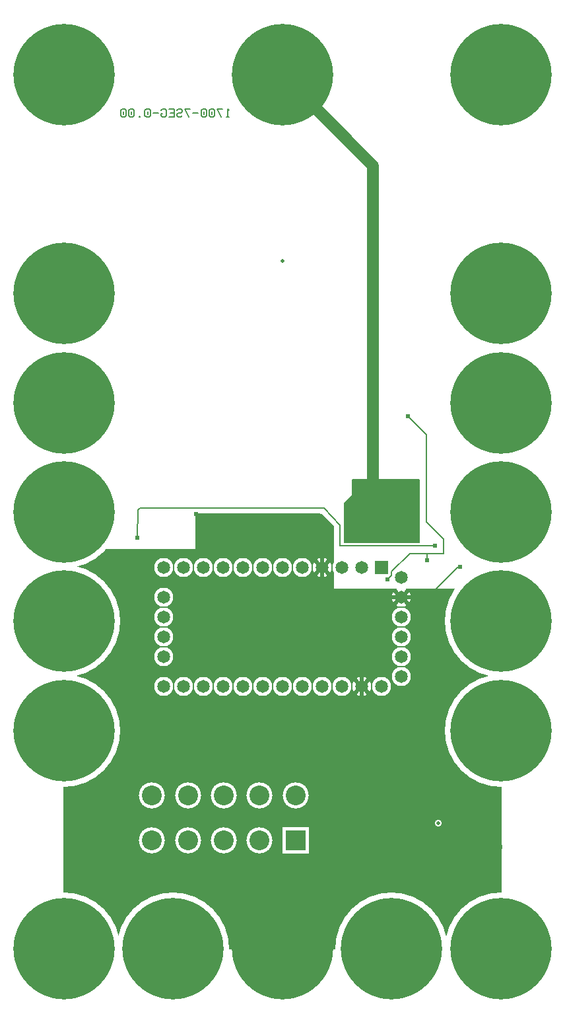
<source format=gbl>
%FSTAX24Y24*%
%MOIN*%
%IN LAYER2.GBR *%
%ADD10C,0.0050*%
%ADD11C,0.0067*%
%ADD12C,0.0080*%
%ADD13C,0.0100*%
%ADD14C,0.0197*%
%ADD15C,0.0200*%
%ADD16C,0.0202*%
%ADD17C,0.0220*%
%ADD18C,0.0240*%
%ADD19C,0.0357*%
%ADD20C,0.0394*%
%ADD21C,0.0400*%
%ADD22C,0.0600*%
%ADD23C,0.0650*%
%ADD24C,0.0970*%
%ADD25C,0.1000*%
%ADD26C,0.1317*%
%ADD27C,0.5118*%
%ADD28C,0.5278*%
%ADD29C,0.5672*%
%ADD30R,0.0650X0.0650*%
%ADD31R,0.0970X0.0970*%
%ADD32R,0.1000X0.1000*%
%ADD33R,0.1317X0.1317*%
D10*X014173Y002706D02*G01X00315Y002756D01*Y022835D01*X009796D01*
Y024664D01*D13*X016142Y024606D01*D10*X016732Y024016D01*Y020866D01*
X025197D01*Y002756D01*X014173Y002706D01*G36*G01X00315Y002756D01*
Y022835D01*X009796D01*Y024664D01*X016142Y024606D01*X016732Y024016D01*
Y020866D01*X025197D01*Y002756D01*X014173Y002706D01*G37*
X017323Y023228D02*G01Y025197D01*X017717Y025591D01*Y026378D01*
X021063D01*Y023228D01*X017323D01*G36*G01Y025197D01*X017717Y025591D01*
Y026378D01*X021063D01*Y023228D01*X017323D01*G37*
%LPC*%
D29*X00315Y01373D03*D28*X025197Y030265D03*D29*X00315Y002706D03*
Y019241D03*D28*Y030265D03*D29*X025197Y019241D03*Y002706D03*X008661D03*
X019685D03*X00315Y024753D03*D28*Y035777D03*Y0468D03*X025197D03*
Y035777D03*Y024753D03*D29*Y01373D03*D19*X014173Y037402D03*
X022047Y009065D03*D31*X019173Y021945D03*D24*X010173D03*X009173D03*
X008173D03*Y020445D03*Y019445D03*Y018445D03*Y017445D03*Y015945D03*
X009173D03*X010173D03*X018173Y021945D03*X011173Y015945D03*X012173D03*
X013173D03*X014173D03*X015173D03*X016173D03*X017173D03*X019173D03*
X020173Y016445D03*X017173Y021945D03*X020173Y017445D03*Y018445D03*
Y019445D03*Y021445D03*X016173Y021945D03*X015173D03*X014173D03*
X013173D03*X012173D03*X011173D03*D33*X014838Y008193D03*D26*
X007594Y010437D03*X013027Y008193D03*X011216D03*X009405D03*X007594D03*
X014838Y010437D03*X013027D03*X011216D03*X009405D03*D17*
X009796Y024664D03*X016086Y023057D03*D21*X006846Y023457D03*
X021893Y023058D03*X023156Y021984D03*D24*X020173Y020445D03*D21*
X021476Y022304D03*X020516Y029584D03*X019476Y021344D03*
X018756Y023587D03*D28*X014173Y0468D03*D17*X019012Y023331D03*Y023843D03*
X0185D03*Y023331D03*D24*X018173Y015945D03*D17*X01473Y02352D03*
X01542Y02394D03*X01638Y02277D03*X01527Y02352D03*X01587Y02277D03*
X01827Y02382D03*X01824Y02337D03*X019291Y023819D03*Y023425D03*
X018701Y024213D03*D13*X009796Y024664D02*G01X015996D01*
X016086Y024537D01*Y023057D01*D18*X006846Y023457D02*X006886Y024857D01*
X006973Y024938D01*X016293D01*X017071Y024096D01*Y023058D01*X021893D01*
X025173Y007865D02*D12*X025053D01*X022133Y010785D01*X019133D01*
X018973Y010945D01*Y012171D01*X019233Y012425D01*D18*X022133Y010785D02*
X023156Y021984D02*X023036D01*D12*X021516Y020464D01*X020192D01*D18*
X020173Y020445D01*D12*X019516Y020424D01*X017836Y019784D01*D18*
X021476Y022304D02*Y022656D01*X021467Y022664D01*X022316D01*Y023384D01*
X021436Y024264D01*Y028664D01*X020516Y029584D01*X021467Y022664D02*
X020596D01*X019676Y021744D01*Y021544D01*X019476Y021344D01*D22*
X018756Y023587D02*Y042217D01*X014173Y0468D01*D12*X017733Y012925D02*
X015873Y012428D01*X015173Y013128D01*X015183Y013195D01*X016348D01*
X016526Y013017D01*Y014217D01*X016606Y014297D01*Y014378D01*
X018173Y015945D01*Y016905D01*X017213D01*Y017905D01*X016236D01*
X012693D01*Y019505D01*X011053D01*X012693Y017905D02*X016236D02*
X016236Y018584D01*X015183Y013195D02*X015173Y013128D02*
X014943Y011675D01*X014205Y011357D01*X013956Y010864D01*
X014173Y002706D01*X014205Y011357D02*X012991Y01167D01*X012485Y013077D01*
X012991Y01167D02*X012943Y012035D01*X010783Y012555D01*X010885Y013157D01*
X010783Y012555D02*X008663Y013115D01*D18*X018756Y023331D02*X019012D01*
Y023843D01*X0185D01*Y023331D01*X018756D01*D16*X011479Y045013D02*
X011412Y04508D01*Y044675D01*X011344D01*X011412D02*X011479D01*
X011142Y04508D02*X010872D01*X011074Y044675D01*X010467Y045013D02*
X010534Y04508D01*X010669D01*X010737Y045013D01*Y044743D01*
X010669Y044675D01*X010534D01*X010467Y044743D01*Y045013D01*
X010602Y044945D02*Y04481D01*X010062Y045013D02*X010129Y04508D01*
X010264D01*X010332Y045013D01*Y044743D01*X010264Y044675D01*X010129D01*
X010062Y044743D01*Y045013D01*X010197Y044945D02*Y04481D01*
X009927Y044878D02*X009657D01*X009522Y04508D02*X009252D01*
X009454Y044675D01*X008847Y045013D02*X008915Y04508D01*X009049D01*
X009117Y045013D01*Y044945D01*X009049Y044878D01*X008915D01*
X008847Y04481D01*Y044743D01*X008915Y044675D01*X009049D01*
X009117Y044743D01*X008442Y04508D02*X008712D01*Y044878D01*Y044675D01*
X008442D01*X008712Y044878D02*X00851D01*X008037Y045013D02*
X008105Y04508D01*X00824D01*X008307Y045013D01*Y044743D01*
X00824Y044675D01*X008105D01*X008037Y044743D01*Y044844D01*X008105D01*
X007902Y044878D02*X007632D01*X007227Y045013D02*X007295Y04508D01*
X00743D01*X007497Y045013D01*Y044743D01*X00743Y044675D01*X007295D01*
X007227Y044743D01*Y045013D01*X007362Y044945D02*Y04481D01*
X006991Y044675D02*X006957D01*Y044709D01*X006991D01*Y044675D01*
X006417Y045013D02*X006485Y04508D01*X00662D01*X006687Y045013D01*
Y044743D01*X00662Y044675D01*X006485D01*X006417Y044743D01*Y045013D01*
X006552Y044945D02*Y04481D01*X006012Y045013D02*X00608Y04508D01*
X006215D01*X006282Y045013D01*Y044743D01*X006215Y044675D01*X00608D01*
X006012Y044743D01*Y045013D01*X006147Y044945D02*Y04481D01*
%LPD*%
D27*X00315Y01373D03*X025197Y030265D03*X00315Y002706D03*Y019241D03*
Y030265D03*X025197Y019241D03*Y002706D03*X008661D03*X019685D03*
X00315Y024753D03*Y035777D03*Y0468D03*X025197D03*Y035777D03*Y024753D03*
Y01373D03*D14*X014173Y037402D03*X022047Y009065D03*D30*
X019173Y021945D03*D23*X010173D03*X009173D03*X008173D03*Y020445D03*
Y019445D03*Y018445D03*Y017445D03*Y015945D03*X009173D03*X010173D03*
X018173Y021945D03*X011173Y015945D03*X012173D03*X013173D03*X014173D03*
X015173D03*X016173D03*X017173D03*X019173D03*X020173Y016445D03*
X017173Y021945D03*X020173Y017445D03*Y018445D03*Y019445D03*Y021445D03*
X016173Y021945D03*D15*X016403Y022175D02*X016516Y022288D01*
X016173Y02227D02*Y02243D01*X015943Y022175D02*X01583Y022288D01*
X015943Y021715D02*X01583Y021602D01*X016173Y02162D02*Y02146D01*
X016403Y021715D02*X016516Y021602D01*D23*X015173Y021945D03*X014173D03*
X013173D03*X012173D03*X011173D03*D32*X014838Y008193D03*D25*
X007594Y010437D03*X013027Y008193D03*X011216D03*X009405D03*X007594D03*
X014838Y010437D03*X013027D03*X011216D03*X009405D03*D18*
X009796Y024664D03*X016086Y023057D03*X006846Y023457D03*
X021893Y023058D03*X025173Y007865D03*X018973Y010945D03*D20*
X019233Y012425D03*D18*X022133Y010785D03*X023156Y021984D03*D23*
X020173Y020445D03*D15*X020403Y020675D02*X020516Y020788D01*
X019943Y020675D02*X01983Y020788D01*X019848Y020445D02*X019688D01*
X019943Y020215D02*X01983Y020102D01*X020403Y020215D02*X020516Y020102D01*
X020498Y020445D02*X020658D01*D18*X017836Y019784D03*X021476Y022304D03*
X020516Y029584D03*X019476Y021344D03*X018756Y023587D03*D27*
X014173Y0468D03*D18*X019012Y023331D03*Y023843D03*X0185D03*Y023331D03*
D20*X017733Y012925D03*D23*X018173Y015945D03*D15*X018403Y016175D02*
X018516Y016288D01*X018173Y01627D02*Y01643D01*X017943Y016175D02*
X01783Y016288D01*X017943Y015715D02*X01783Y015602D01*X018173Y01562D02*
Y01546D01*X018403Y015715D02*X018516Y015602D01*D18*X011053Y019505D03*
X012693Y017905D03*X016236Y018584D03*X015183Y013195D03*D27*
X014173Y002706D03*D18*X012485Y013077D03*X010885Y013157D03*
X008663Y013115D03*D20*X017733Y012425D03*X019233Y012925D03*D18*
X01473Y02352D03*X01542Y02394D03*X01638Y02277D03*X01527Y02352D03*
X01587Y02277D03*X01827Y02382D03*X01824Y02337D03*X019291Y023819D03*
Y023425D03*X018701Y024213D03*D13*X009796Y024664D02*X015996D01*
X016086Y024537D01*Y023057D01*D12*X006846Y023457D02*X006886Y024857D01*
X006973Y024938D01*X016293D01*X017071Y024096D01*Y023058D01*X021893D01*
X025173Y007865D02*X025053D01*X022133Y010785D01*X019133D01*
X018973Y010945D01*Y012171D01*X019233Y012425D01*X022133Y010785D02*
X023156Y021984D02*X023036D01*X021516Y020464D01*X020192D01*
X020173Y020445D01*X019516Y020424D01*X017836Y019784D01*
X021476Y022304D02*Y022656D01*X021467Y022664D01*X022316D01*Y023384D01*
X021436Y024264D01*Y028664D01*X020516Y029584D01*X021467Y022664D02*
X020596D01*X019676Y021744D01*Y021544D01*X019476Y021344D01*D22*
X018756Y023587D02*Y042217D01*X014173Y0468D01*D12*X017733Y012925D02*
X015873Y012428D01*X015173Y013128D01*X015183Y013195D01*X016348D01*
X016526Y013017D01*Y014217D01*X016606Y014297D01*Y014378D01*
X018173Y015945D01*Y016905D01*X017213D01*Y017905D01*X016236D01*
X012693D01*Y019505D01*X011053D01*X012693Y017905D02*X016236D02*
X016236Y018584D01*X015183Y013195D02*X015173Y013128D02*
X014943Y011675D01*X014205Y011357D01*X013956Y010864D01*
X014173Y002706D01*X014205Y011357D02*X012991Y01167D01*X012485Y013077D01*
X012991Y01167D02*X012943Y012035D01*X010783Y012555D01*X010885Y013157D01*
X010783Y012555D02*X008663Y013115D01*D18*X018756Y023331D02*X019012D01*
Y023843D01*X0185D01*Y023331D01*X018756D01*D11*X011479Y045013D02*
X011412Y04508D01*Y044675D01*X011344D01*X011412D02*X011479D01*
X011142Y04508D02*X010872D01*X011074Y044675D01*X010467Y045013D02*
X010534Y04508D01*X010669D01*X010737Y045013D01*Y044743D01*
X010669Y044675D01*X010534D01*X010467Y044743D01*Y045013D01*
X010602Y044945D02*Y04481D01*X010062Y045013D02*X010129Y04508D01*
X010264D01*X010332Y045013D01*Y044743D01*X010264Y044675D01*X010129D01*
X010062Y044743D01*Y045013D01*X010197Y044945D02*Y04481D01*
X009927Y044878D02*X009657D01*X009522Y04508D02*X009252D01*
X009454Y044675D01*X008847Y045013D02*X008915Y04508D01*X009049D01*
X009117Y045013D01*Y044945D01*X009049Y044878D01*X008915D01*
X008847Y04481D01*Y044743D01*X008915Y044675D01*X009049D01*
X009117Y044743D01*X008442Y04508D02*X008712D01*Y044878D01*Y044675D01*
X008442D01*X008712Y044878D02*X00851D01*X008037Y045013D02*
X008105Y04508D01*X00824D01*X008307Y045013D01*Y044743D01*
X00824Y044675D01*X008105D01*X008037Y044743D01*Y044844D01*X008105D01*
X007902Y044878D02*X007632D01*X007227Y045013D02*X007295Y04508D01*
X00743D01*X007497Y045013D01*Y044743D01*X00743Y044675D01*X007295D01*
X007227Y044743D01*Y045013D01*X007362Y044945D02*Y04481D01*
X006991Y044675D02*X006957D01*Y044709D01*X006991D01*Y044675D01*
X006417Y045013D02*X006485Y04508D01*X00662D01*X006687Y045013D01*
Y044743D01*X00662Y044675D01*X006485D01*X006417Y044743D01*Y045013D01*
X006552Y044945D02*Y04481D01*X006012Y045013D02*X00608Y04508D01*
X006215D01*X006282Y045013D01*Y044743D01*X006215Y044675D01*X00608D01*
X006012Y044743D01*Y045013D01*X006147Y044945D02*Y04481D01*
M02*
</source>
